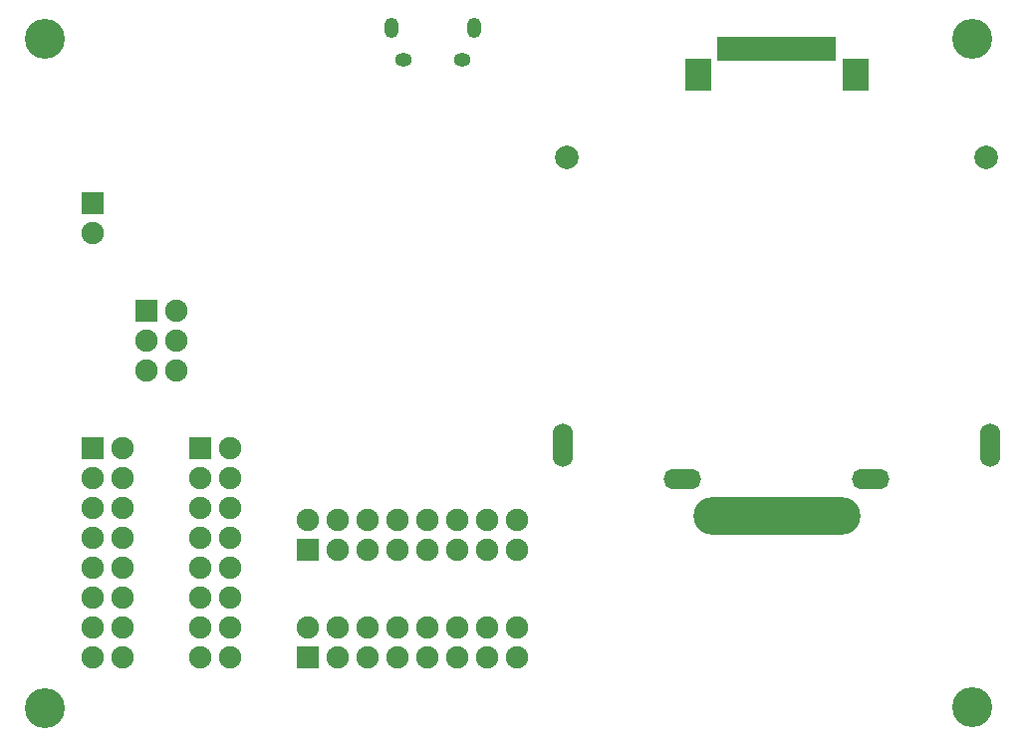
<source format=gbr>
G04 #@! TF.GenerationSoftware,KiCad,Pcbnew,(5.0.0-rc2-dev-311-g1dd4af297)*
G04 #@! TF.CreationDate,2018-04-09T10:09:18+02:00*
G04 #@! TF.ProjectId,DopplerXmega,446F70706C6572586D6567612E6B6963,rev?*
G04 #@! TF.SameCoordinates,PX6d01460PY3dc4fd0*
G04 #@! TF.FileFunction,Soldermask,Bot*
G04 #@! TF.FilePolarity,Negative*
%FSLAX46Y46*%
G04 Gerber Fmt 4.6, Leading zero omitted, Abs format (unit mm)*
G04 Created by KiCad (PCBNEW (5.0.0-rc2-dev-311-g1dd4af297)) date 04/09/18 10:09:18*
%MOMM*%
%LPD*%
G01*
G04 APERTURE LIST*
%ADD10C,2.000000*%
%ADD11O,1.700000X3.700000*%
%ADD12O,3.200000X1.700000*%
%ADD13O,14.200000X3.200000*%
%ADD14R,2.200000X2.700000*%
%ADD15R,0.500000X2.150000*%
%ADD16C,3.400000*%
%ADD17R,1.900000X1.900000*%
%ADD18O,1.900000X1.900000*%
%ADD19O,1.450000X1.150000*%
%ADD20O,1.200000X1.750000*%
G04 APERTURE END LIST*
D10*
X47986000Y-13588000D03*
X83586000Y-13588000D03*
D11*
X47636000Y-38088000D03*
X83936000Y-38088000D03*
D12*
X57786000Y-40988000D03*
X73786000Y-40988000D03*
D13*
X65786000Y-44088000D03*
D14*
X59096000Y-6604000D03*
X72476000Y-6604000D03*
D15*
X61036000Y-4379000D03*
X61536000Y-4379000D03*
X62036000Y-4379000D03*
X62536000Y-4379000D03*
X63036000Y-4379000D03*
X63536000Y-4379000D03*
X64036000Y-4379000D03*
X64536000Y-4379000D03*
X65036000Y-4379000D03*
X65536000Y-4379000D03*
X66036000Y-4379000D03*
X66536000Y-4379000D03*
X67036000Y-4379000D03*
X67536000Y-4379000D03*
X68036000Y-4379000D03*
X68536000Y-4379000D03*
X69036000Y-4379000D03*
X69536000Y-4379000D03*
X70036000Y-4379000D03*
X70536000Y-4379000D03*
D16*
X3556000Y-60452000D03*
D17*
X16764000Y-38354000D03*
D18*
X19304000Y-38354000D03*
X16764000Y-40894000D03*
X19304000Y-40894000D03*
X16764000Y-43434000D03*
X19304000Y-43434000D03*
X16764000Y-45974000D03*
X19304000Y-45974000D03*
X16764000Y-48514000D03*
X19304000Y-48514000D03*
X16764000Y-51054000D03*
X19304000Y-51054000D03*
X16764000Y-53594000D03*
X19304000Y-53594000D03*
X16764000Y-56134000D03*
X19304000Y-56134000D03*
D16*
X82423000Y-3556000D03*
X82423000Y-60325000D03*
D19*
X39076000Y-5287000D03*
X34076000Y-5287000D03*
D20*
X40076000Y-2587000D03*
X33076000Y-2587000D03*
D17*
X12192000Y-26670000D03*
D18*
X14732000Y-26670000D03*
X12192000Y-29210000D03*
X14732000Y-29210000D03*
X12192000Y-31750000D03*
X14732000Y-31750000D03*
D17*
X25908000Y-46990000D03*
D18*
X25908000Y-44450000D03*
X28448000Y-46990000D03*
X28448000Y-44450000D03*
X30988000Y-46990000D03*
X30988000Y-44450000D03*
X33528000Y-46990000D03*
X33528000Y-44450000D03*
X36068000Y-46990000D03*
X36068000Y-44450000D03*
X38608000Y-46990000D03*
X38608000Y-44450000D03*
X41148000Y-46990000D03*
X41148000Y-44450000D03*
X43688000Y-46990000D03*
X43688000Y-44450000D03*
D17*
X25908000Y-56134000D03*
D18*
X25908000Y-53594000D03*
X28448000Y-56134000D03*
X28448000Y-53594000D03*
X30988000Y-56134000D03*
X30988000Y-53594000D03*
X33528000Y-56134000D03*
X33528000Y-53594000D03*
X36068000Y-56134000D03*
X36068000Y-53594000D03*
X38608000Y-56134000D03*
X38608000Y-53594000D03*
X41148000Y-56134000D03*
X41148000Y-53594000D03*
X43688000Y-56134000D03*
X43688000Y-53594000D03*
D17*
X7620000Y-38354000D03*
D18*
X10160000Y-38354000D03*
X7620000Y-40894000D03*
X10160000Y-40894000D03*
X7620000Y-43434000D03*
X10160000Y-43434000D03*
X7620000Y-45974000D03*
X10160000Y-45974000D03*
X7620000Y-48514000D03*
X10160000Y-48514000D03*
X7620000Y-51054000D03*
X10160000Y-51054000D03*
X7620000Y-53594000D03*
X10160000Y-53594000D03*
X7620000Y-56134000D03*
X10160000Y-56134000D03*
D17*
X7620000Y-17526000D03*
D18*
X7620000Y-20066000D03*
D16*
X3556000Y-3556000D03*
M02*

</source>
